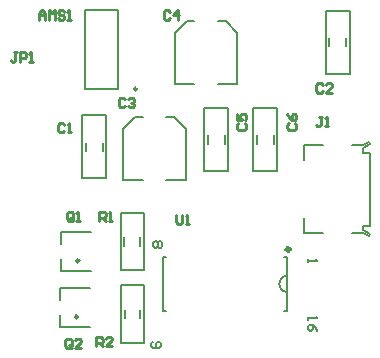
<source format=gto>
G04*
G04 #@! TF.GenerationSoftware,Altium Limited,Altium Designer,25.8.1 (18)*
G04*
G04 Layer_Color=65535*
%FSLAX44Y44*%
%MOMM*%
G71*
G04*
G04 #@! TF.SameCoordinates,9F860039-6082-445F-9F98-FDF6B6AB7181*
G04*
G04*
G04 #@! TF.FilePolarity,Positive*
G04*
G01*
G75*
%ADD10C,0.2500*%
%ADD11C,0.3810*%
%ADD12C,0.1270*%
%ADD13C,0.1500*%
%ADD14C,0.2032*%
%ADD15C,0.2000*%
%ADD16C,0.2540*%
D10*
X60020Y33650D02*
G03*
X60020Y33650I-1250J0D01*
G01*
X61270Y81150D02*
G03*
X61270Y81150I-1250J0D01*
G01*
X110250Y226500D02*
G03*
X110250Y226500I-1250J0D01*
G01*
D11*
X239361Y90709D02*
G03*
X239361Y90709I-1270J0D01*
G01*
D12*
X237456Y68368D02*
G03*
X237456Y54631I0J-6869D01*
G01*
X132046Y84359D02*
X134967Y84359D01*
X234535Y84359D02*
X237456Y84359D01*
X132046Y38639D02*
X134967Y38639D01*
X234535Y38639D02*
X237456Y38639D01*
X132046D02*
Y84359D01*
X237456Y38639D02*
Y84359D01*
X141500Y202750D02*
X151500Y192750D01*
X98500D02*
X108500Y202750D01*
X98500Y149750D02*
Y192750D01*
X151500Y149750D02*
Y192750D01*
X98500Y149750D02*
X115000D01*
X135000D02*
X151500D01*
X135000Y202750D02*
X141500D01*
X108500D02*
X115000D01*
X185250Y284000D02*
X195250Y274000D01*
X142250D02*
X152250Y284000D01*
X142250Y231000D02*
Y274000D01*
X195250Y231000D02*
Y274000D01*
X142250Y231000D02*
X158750D01*
X178750D02*
X195250D01*
X178750Y284000D02*
X185250D01*
X152250D02*
X158750D01*
X255000Y82500D02*
Y79834D01*
Y81167D01*
X262997D01*
X261665Y82500D01*
X130414Y97500D02*
X131747Y96167D01*
Y93501D01*
X130414Y92168D01*
X129082D01*
X127749Y93501D01*
X126416Y92168D01*
X125083D01*
X123750Y93501D01*
Y96167D01*
X125083Y97500D01*
X126416D01*
X127749Y96167D01*
X129082Y97500D01*
X130414D01*
X127749Y96167D02*
Y93501D01*
X123833Y12500D02*
X122500Y11167D01*
Y8501D01*
X123833Y7168D01*
X129164D01*
X130497Y8501D01*
Y11167D01*
X129164Y12500D01*
X127832D01*
X126499Y11167D01*
Y7168D01*
X255000Y33750D02*
Y31084D01*
Y32417D01*
X262997D01*
X261665Y33750D01*
X262997Y21754D02*
X261665Y24420D01*
X258999Y27085D01*
X256333D01*
X255000Y25753D01*
Y23087D01*
X256333Y21754D01*
X257666D01*
X258999Y23087D01*
Y27085D01*
D13*
X251500Y178750D02*
X268000D01*
X292000D02*
X301500D01*
X251500Y166250D02*
Y178750D01*
Y104750D02*
Y117250D01*
X292000Y104750D02*
X301500D01*
X251500D02*
X268000D01*
X306250Y181750D02*
X307500Y180000D01*
X301500Y176250D02*
X307500Y180000D01*
X301500Y178750D02*
X306250Y181750D01*
X301500Y104750D02*
X306250Y101750D01*
X301500Y107250D02*
X307500Y103500D01*
X306250Y101750D02*
X307500Y103500D01*
Y110750D02*
Y172750D01*
X301500D02*
X307500D01*
X301500D02*
Y176250D01*
Y110750D02*
X307500D01*
X301500Y107250D02*
Y110750D01*
D14*
X44800Y57760D02*
X70200D01*
X44800Y47600D02*
Y57760D01*
Y24740D02*
X70200D01*
X44800D02*
Y34900D01*
X46050Y105260D02*
X71450D01*
X46050Y95100D02*
Y105260D01*
Y72240D02*
X71450D01*
X46050D02*
Y82400D01*
D15*
X104218Y11866D02*
X116156D01*
Y60634D01*
X96344D02*
X116156D01*
X99646Y32694D02*
Y39806D01*
X113108Y32694D02*
Y39806D01*
X96344Y11866D02*
Y60634D01*
Y11866D02*
X104218D01*
X96344Y121884D02*
X108282D01*
X96344Y73116D02*
Y121884D01*
Y73116D02*
X116156D01*
X112854Y93944D02*
Y101056D01*
X99392Y93944D02*
Y101056D01*
X116156Y73116D02*
Y121884D01*
X108282D02*
X116156D01*
X94000Y226500D02*
Y293500D01*
X66000Y226500D02*
Y293500D01*
Y226500D02*
X94000D01*
X66000Y293500D02*
X94000D01*
X63590Y150830D02*
X68924D01*
X63590D02*
Y204170D01*
X81116Y173944D02*
Y181056D01*
X66638Y173944D02*
Y181056D01*
X63590Y204170D02*
X83910D01*
Y150830D02*
Y204170D01*
X68924Y150830D02*
X83910D01*
X167340Y157080D02*
X172674D01*
X167340D02*
Y210420D01*
X184866Y180194D02*
Y187306D01*
X170388Y180194D02*
Y187306D01*
X167340Y210420D02*
X187660D01*
Y157080D02*
Y210420D01*
X172674Y157080D02*
X187660D01*
X269840Y239580D02*
X275174D01*
X269840D02*
Y292920D01*
X287366Y262694D02*
Y269806D01*
X272888Y262694D02*
Y269806D01*
X269840Y292920D02*
X290160D01*
Y239580D02*
Y292920D01*
X275174Y239580D02*
X290160D01*
X208590Y157080D02*
X213924D01*
X208590D02*
Y210420D01*
X226116Y180194D02*
Y187306D01*
X211638Y180194D02*
Y187306D01*
X208590Y210420D02*
X228910D01*
Y157080D02*
Y210420D01*
X213924Y157080D02*
X228910D01*
D16*
X8501Y257749D02*
X5835D01*
X7168D01*
Y251084D01*
X5835Y249751D01*
X4503D01*
X3170Y251084D01*
X11167Y249751D02*
Y257749D01*
X15166D01*
X16499Y256416D01*
Y253750D01*
X15166Y252417D01*
X11167D01*
X19165Y249751D02*
X21830D01*
X20497D01*
Y257749D01*
X19165Y256416D01*
X267000Y202999D02*
X264334D01*
X265667D01*
Y196334D01*
X264334Y195001D01*
X263001D01*
X261668Y196334D01*
X269666Y195001D02*
X272332D01*
X270999D01*
Y202999D01*
X269666Y201666D01*
X54917Y8584D02*
Y13916D01*
X53584Y15249D01*
X50918D01*
X49585Y13916D01*
Y8584D01*
X50918Y7251D01*
X53584D01*
X52251Y9917D02*
X54917Y7251D01*
X53584D02*
X54917Y8584D01*
X62915Y7251D02*
X57583D01*
X62915Y12583D01*
Y13916D01*
X61582Y15249D01*
X58916D01*
X57583Y13916D01*
X56250Y116084D02*
Y121416D01*
X54917Y122749D01*
X52251D01*
X50918Y121416D01*
Y116084D01*
X52251Y114751D01*
X54917D01*
X53584Y117417D02*
X56250Y114751D01*
X54917D02*
X56250Y116084D01*
X58916Y114751D02*
X61582D01*
X60249D01*
Y122749D01*
X58916Y121416D01*
X75835Y8501D02*
Y16499D01*
X79834D01*
X81167Y15166D01*
Y12500D01*
X79834Y11167D01*
X75835D01*
X78501D02*
X81167Y8501D01*
X89164D02*
X83833D01*
X89164Y13833D01*
Y15166D01*
X87832Y16499D01*
X85166D01*
X83833Y15166D01*
X78418Y114751D02*
Y122749D01*
X82417D01*
X83750Y121416D01*
Y118750D01*
X82417Y117417D01*
X78418D01*
X81084D02*
X83750Y114751D01*
X86416D02*
X89082D01*
X87749D01*
Y122749D01*
X86416Y121416D01*
X143418Y120249D02*
Y113584D01*
X144751Y112251D01*
X147417D01*
X148750Y113584D01*
Y120249D01*
X151416Y112251D02*
X154082D01*
X152749D01*
Y120249D01*
X151416Y118916D01*
X27358Y285288D02*
Y290620D01*
X30024Y293285D01*
X32690Y290620D01*
Y285288D01*
Y289287D01*
X27358D01*
X35355Y285288D02*
Y293285D01*
X38021Y290620D01*
X40687Y293285D01*
Y285288D01*
X48685Y291952D02*
X47352Y293285D01*
X44686D01*
X43353Y291952D01*
Y290620D01*
X44686Y289287D01*
X47352D01*
X48685Y287954D01*
Y286621D01*
X47352Y285288D01*
X44686D01*
X43353Y286621D01*
X51350Y285288D02*
X54016D01*
X52683D01*
Y293285D01*
X51350Y291952D01*
X48750Y196416D02*
X47417Y197749D01*
X44751D01*
X43418Y196416D01*
Y191084D01*
X44751Y189751D01*
X47417D01*
X48750Y191084D01*
X51416Y189751D02*
X54082D01*
X52749D01*
Y197749D01*
X51416Y196416D01*
X99917Y217666D02*
X98584Y218999D01*
X95918D01*
X94586Y217666D01*
Y212334D01*
X95918Y211001D01*
X98584D01*
X99917Y212334D01*
X102583Y217666D02*
X103916Y218999D01*
X106582D01*
X107914Y217666D01*
Y216333D01*
X106582Y215000D01*
X105249D01*
X106582D01*
X107914Y213667D01*
Y212334D01*
X106582Y211001D01*
X103916D01*
X102583Y212334D01*
X196084Y197417D02*
X194751Y196084D01*
Y193418D01*
X196084Y192085D01*
X201416D01*
X202749Y193418D01*
Y196084D01*
X201416Y197417D01*
X194751Y205415D02*
Y200083D01*
X198750D01*
X197417Y202749D01*
Y204082D01*
X198750Y205415D01*
X201416D01*
X202749Y204082D01*
Y201416D01*
X201416Y200083D01*
X138100Y291698D02*
X136767Y293031D01*
X134101D01*
X132768Y291698D01*
Y286367D01*
X134101Y285034D01*
X136767D01*
X138100Y286367D01*
X144764Y285034D02*
Y293031D01*
X140765Y289033D01*
X146097D01*
X267417Y230166D02*
X266084Y231499D01*
X263418D01*
X262085Y230166D01*
Y224834D01*
X263418Y223501D01*
X266084D01*
X267417Y224834D01*
X275415Y223501D02*
X270083D01*
X275415Y228833D01*
Y230166D01*
X274082Y231499D01*
X271416D01*
X270083Y230166D01*
X238584Y197417D02*
X237251Y196084D01*
Y193418D01*
X238584Y192085D01*
X243916D01*
X245249Y193418D01*
Y196084D01*
X243916Y197417D01*
X237251Y205415D02*
X238584Y202749D01*
X241250Y200083D01*
X243916D01*
X245249Y201416D01*
Y204082D01*
X243916Y205415D01*
X242583D01*
X241250Y204082D01*
Y200083D01*
M02*

</source>
